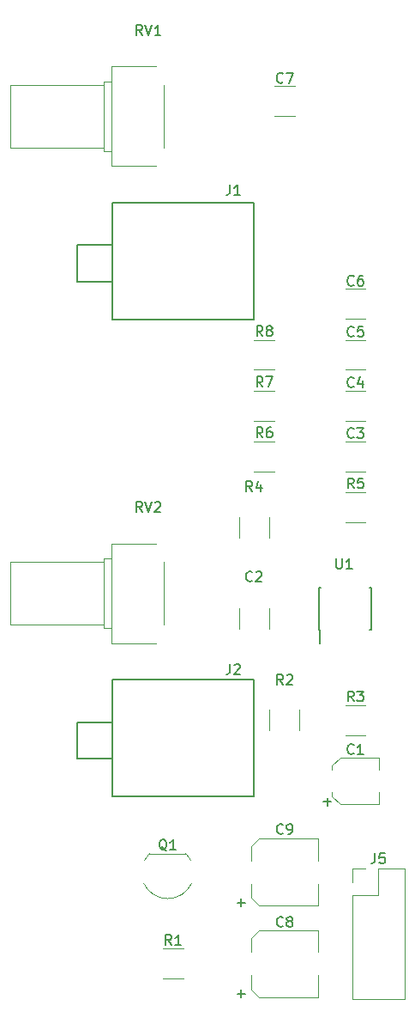
<source format=gbr>
G04 #@! TF.GenerationSoftware,KiCad,Pcbnew,(5.1.5)-3*
G04 #@! TF.CreationDate,2020-08-14T09:08:36-07:00*
G04 #@! TF.ProjectId,Noise_Gen,4e6f6973-655f-4476-956e-2e6b69636164,rev?*
G04 #@! TF.SameCoordinates,Original*
G04 #@! TF.FileFunction,Legend,Top*
G04 #@! TF.FilePolarity,Positive*
%FSLAX46Y46*%
G04 Gerber Fmt 4.6, Leading zero omitted, Abs format (unit mm)*
G04 Created by KiCad (PCBNEW (5.1.5)-3) date 2020-08-14 09:08:36*
%MOMM*%
%LPD*%
G04 APERTURE LIST*
%ADD10C,0.150000*%
%ADD11C,0.120000*%
G04 APERTURE END LIST*
D10*
X0Y-27800000D02*
X-3500000Y-27800000D01*
X-3500000Y-24200000D02*
X-3500000Y-27800000D01*
X0Y-24200000D02*
X-3500000Y-24200000D01*
X0Y-31500000D02*
X0Y-20000000D01*
X14000000Y-31500000D02*
X0Y-31500000D01*
X14000000Y-20000000D02*
X14000000Y-31500000D01*
X0Y-20000000D02*
X14000000Y-20000000D01*
X0Y-67000000D02*
X14000000Y-67000000D01*
X14000000Y-67000000D02*
X14000000Y-78500000D01*
X14000000Y-78500000D02*
X0Y-78500000D01*
X0Y-78500000D02*
X0Y-67000000D01*
X0Y-71200000D02*
X-3500000Y-71200000D01*
X-3500000Y-71200000D02*
X-3500000Y-74800000D01*
X0Y-74800000D02*
X-3500000Y-74800000D01*
D11*
X4305000Y-16410000D02*
X-60000Y-16410000D01*
X4305000Y-6590000D02*
X-60000Y-6590000D01*
X5060000Y-14625000D02*
X5060000Y-8375000D01*
X-60000Y-16410000D02*
X-60000Y-6590000D01*
X-60000Y-14960000D02*
X-860000Y-14960000D01*
X-60000Y-8040000D02*
X-860000Y-8040000D01*
X-60000Y-14960000D02*
X-60000Y-8040000D01*
X-860000Y-14960000D02*
X-860000Y-8040000D01*
X-860000Y-14560000D02*
X-10060000Y-14560000D01*
X-860000Y-8440000D02*
X-10060000Y-8440000D01*
X-860000Y-14560000D02*
X-860000Y-8440000D01*
X-10060000Y-14560000D02*
X-10060000Y-8440000D01*
X-10060000Y-61560000D02*
X-10060000Y-55440000D01*
X-860000Y-61560000D02*
X-860000Y-55440000D01*
X-860000Y-55440000D02*
X-10060000Y-55440000D01*
X-860000Y-61560000D02*
X-10060000Y-61560000D01*
X-860000Y-61960000D02*
X-860000Y-55040000D01*
X-60000Y-61960000D02*
X-60000Y-55040000D01*
X-60000Y-55040000D02*
X-860000Y-55040000D01*
X-60000Y-61960000D02*
X-860000Y-61960000D01*
X-60000Y-63410000D02*
X-60000Y-53590000D01*
X5060000Y-61625000D02*
X5060000Y-55375000D01*
X4305000Y-53590000D02*
X-60000Y-53590000D01*
X4305000Y-63410000D02*
X-60000Y-63410000D01*
X23670000Y-85670000D02*
X25000000Y-85670000D01*
X23670000Y-87000000D02*
X23670000Y-85670000D01*
X26270000Y-85670000D02*
X28870000Y-85670000D01*
X26270000Y-88270000D02*
X26270000Y-85670000D01*
X23670000Y-88270000D02*
X26270000Y-88270000D01*
X28870000Y-85670000D02*
X28870000Y-98490000D01*
X23670000Y-88270000D02*
X23670000Y-98490000D01*
X23670000Y-98490000D02*
X28870000Y-98490000D01*
X22480000Y-79270000D02*
X21710000Y-78510000D01*
X22480000Y-79270000D02*
X26290000Y-79270000D01*
X22480000Y-74700000D02*
X21710000Y-75460000D01*
X22480000Y-74700000D02*
X26290000Y-74700000D01*
X21710000Y-75460000D02*
X21710000Y-75870000D01*
X21710000Y-78510000D02*
X21710000Y-78100000D01*
X26290000Y-79270000D02*
X26290000Y-78100000D01*
X26290000Y-74700000D02*
X26290000Y-75870000D01*
X15480000Y-62000000D02*
X15480000Y-60000000D01*
X12520000Y-60000000D02*
X12520000Y-62000000D01*
X23000000Y-46480000D02*
X25000000Y-46480000D01*
X25000000Y-43520000D02*
X23000000Y-43520000D01*
X25000000Y-38520000D02*
X23000000Y-38520000D01*
X23000000Y-41480000D02*
X25000000Y-41480000D01*
X23000000Y-36480000D02*
X25000000Y-36480000D01*
X25000000Y-33520000D02*
X23000000Y-33520000D01*
X25000000Y-28520000D02*
X23000000Y-28520000D01*
X23000000Y-31480000D02*
X25000000Y-31480000D01*
X16000000Y-11480000D02*
X18000000Y-11480000D01*
X18000000Y-8520000D02*
X16000000Y-8520000D01*
X14460000Y-91700000D02*
X20300000Y-91700000D01*
X13700000Y-92460000D02*
X14460000Y-91700000D01*
X14460000Y-98300000D02*
X13700000Y-97540000D01*
X20300000Y-98300000D02*
X14460000Y-98300000D01*
X13700000Y-92460000D02*
X13700000Y-93880000D01*
X20300000Y-91700000D02*
X20300000Y-93880000D01*
X20300000Y-98300000D02*
X20300000Y-96120000D01*
X13700000Y-97540000D02*
X13700000Y-96120000D01*
X13700000Y-88540000D02*
X13700000Y-87120000D01*
X20300000Y-89300000D02*
X20300000Y-87120000D01*
X20300000Y-82700000D02*
X20300000Y-84880000D01*
X13700000Y-83460000D02*
X13700000Y-84880000D01*
X20300000Y-89300000D02*
X14460000Y-89300000D01*
X14460000Y-89300000D02*
X13700000Y-88540000D01*
X13700000Y-83460000D02*
X14460000Y-82700000D01*
X14460000Y-82700000D02*
X20300000Y-82700000D01*
X3135816Y-84877205D02*
G75*
G02X3660000Y-84150000I2324184J-1122795D01*
G01*
X3103600Y-87098807D02*
G75*
G03X5460000Y-88600000I2356400J1098807D01*
G01*
X7816400Y-87098807D02*
G75*
G02X5460000Y-88600000I-2356400J1098807D01*
G01*
X7784184Y-84877205D02*
G75*
G03X7260000Y-84150000I-2324184J-1122795D01*
G01*
X7260000Y-84150000D02*
X3660000Y-84150000D01*
X7000000Y-96480000D02*
X5000000Y-96480000D01*
X5000000Y-93520000D02*
X7000000Y-93520000D01*
X15520000Y-72000000D02*
X15520000Y-70000000D01*
X18480000Y-70000000D02*
X18480000Y-72000000D01*
X23000000Y-69520000D02*
X25000000Y-69520000D01*
X25000000Y-72480000D02*
X23000000Y-72480000D01*
X12520000Y-53000000D02*
X12520000Y-51000000D01*
X15480000Y-51000000D02*
X15480000Y-53000000D01*
X25000000Y-51480000D02*
X23000000Y-51480000D01*
X23000000Y-48520000D02*
X25000000Y-48520000D01*
X14000000Y-43520000D02*
X16000000Y-43520000D01*
X16000000Y-46480000D02*
X14000000Y-46480000D01*
X14000000Y-38520000D02*
X16000000Y-38520000D01*
X16000000Y-41480000D02*
X14000000Y-41480000D01*
X16000000Y-36480000D02*
X14000000Y-36480000D01*
X14000000Y-33520000D02*
X16000000Y-33520000D01*
D10*
X20475000Y-62075000D02*
X20475000Y-63475000D01*
X25575000Y-62075000D02*
X25575000Y-57925000D01*
X20425000Y-62075000D02*
X20425000Y-57925000D01*
X25575000Y-62075000D02*
X25430000Y-62075000D01*
X25575000Y-57925000D02*
X25430000Y-57925000D01*
X20425000Y-57925000D02*
X20570000Y-57925000D01*
X20425000Y-62075000D02*
X20475000Y-62075000D01*
X11604666Y-18248380D02*
X11604666Y-18962666D01*
X11557047Y-19105523D01*
X11461809Y-19200761D01*
X11318952Y-19248380D01*
X11223714Y-19248380D01*
X12604666Y-19248380D02*
X12033238Y-19248380D01*
X12318952Y-19248380D02*
X12318952Y-18248380D01*
X12223714Y-18391238D01*
X12128476Y-18486476D01*
X12033238Y-18534095D01*
X11604666Y-65492380D02*
X11604666Y-66206666D01*
X11557047Y-66349523D01*
X11461809Y-66444761D01*
X11318952Y-66492380D01*
X11223714Y-66492380D01*
X12033238Y-65587619D02*
X12080857Y-65540000D01*
X12176095Y-65492380D01*
X12414190Y-65492380D01*
X12509428Y-65540000D01*
X12557047Y-65587619D01*
X12604666Y-65682857D01*
X12604666Y-65778095D01*
X12557047Y-65920952D01*
X11985619Y-66492380D01*
X12604666Y-66492380D01*
X2960761Y-3500380D02*
X2627428Y-3024190D01*
X2389333Y-3500380D02*
X2389333Y-2500380D01*
X2770285Y-2500380D01*
X2865523Y-2548000D01*
X2913142Y-2595619D01*
X2960761Y-2690857D01*
X2960761Y-2833714D01*
X2913142Y-2928952D01*
X2865523Y-2976571D01*
X2770285Y-3024190D01*
X2389333Y-3024190D01*
X3246476Y-2500380D02*
X3579809Y-3500380D01*
X3913142Y-2500380D01*
X4770285Y-3500380D02*
X4198857Y-3500380D01*
X4484571Y-3500380D02*
X4484571Y-2500380D01*
X4389333Y-2643238D01*
X4294095Y-2738476D01*
X4198857Y-2786095D01*
X2960761Y-50490380D02*
X2627428Y-50014190D01*
X2389333Y-50490380D02*
X2389333Y-49490380D01*
X2770285Y-49490380D01*
X2865523Y-49538000D01*
X2913142Y-49585619D01*
X2960761Y-49680857D01*
X2960761Y-49823714D01*
X2913142Y-49918952D01*
X2865523Y-49966571D01*
X2770285Y-50014190D01*
X2389333Y-50014190D01*
X3246476Y-49490380D02*
X3579809Y-50490380D01*
X3913142Y-49490380D01*
X4198857Y-49585619D02*
X4246476Y-49538000D01*
X4341714Y-49490380D01*
X4579809Y-49490380D01*
X4675047Y-49538000D01*
X4722666Y-49585619D01*
X4770285Y-49680857D01*
X4770285Y-49776095D01*
X4722666Y-49918952D01*
X4151238Y-50490380D01*
X4770285Y-50490380D01*
X25936666Y-84122380D02*
X25936666Y-84836666D01*
X25889047Y-84979523D01*
X25793809Y-85074761D01*
X25650952Y-85122380D01*
X25555714Y-85122380D01*
X26889047Y-84122380D02*
X26412857Y-84122380D01*
X26365238Y-84598571D01*
X26412857Y-84550952D01*
X26508095Y-84503333D01*
X26746190Y-84503333D01*
X26841428Y-84550952D01*
X26889047Y-84598571D01*
X26936666Y-84693809D01*
X26936666Y-84931904D01*
X26889047Y-85027142D01*
X26841428Y-85074761D01*
X26746190Y-85122380D01*
X26508095Y-85122380D01*
X26412857Y-85074761D01*
X26365238Y-85027142D01*
X23833333Y-74271142D02*
X23785714Y-74318761D01*
X23642857Y-74366380D01*
X23547619Y-74366380D01*
X23404761Y-74318761D01*
X23309523Y-74223523D01*
X23261904Y-74128285D01*
X23214285Y-73937809D01*
X23214285Y-73794952D01*
X23261904Y-73604476D01*
X23309523Y-73509238D01*
X23404761Y-73414000D01*
X23547619Y-73366380D01*
X23642857Y-73366380D01*
X23785714Y-73414000D01*
X23833333Y-73461619D01*
X24785714Y-74366380D02*
X24214285Y-74366380D01*
X24500000Y-74366380D02*
X24500000Y-73366380D01*
X24404761Y-73509238D01*
X24309523Y-73604476D01*
X24214285Y-73652095D01*
X20839047Y-79061428D02*
X21600952Y-79061428D01*
X21220000Y-79442380D02*
X21220000Y-78680476D01*
X13803333Y-57253142D02*
X13755714Y-57300761D01*
X13612857Y-57348380D01*
X13517619Y-57348380D01*
X13374761Y-57300761D01*
X13279523Y-57205523D01*
X13231904Y-57110285D01*
X13184285Y-56919809D01*
X13184285Y-56776952D01*
X13231904Y-56586476D01*
X13279523Y-56491238D01*
X13374761Y-56396000D01*
X13517619Y-56348380D01*
X13612857Y-56348380D01*
X13755714Y-56396000D01*
X13803333Y-56443619D01*
X14184285Y-56443619D02*
X14231904Y-56396000D01*
X14327142Y-56348380D01*
X14565238Y-56348380D01*
X14660476Y-56396000D01*
X14708095Y-56443619D01*
X14755714Y-56538857D01*
X14755714Y-56634095D01*
X14708095Y-56776952D01*
X14136666Y-57348380D01*
X14755714Y-57348380D01*
X23833333Y-43107142D02*
X23785714Y-43154761D01*
X23642857Y-43202380D01*
X23547619Y-43202380D01*
X23404761Y-43154761D01*
X23309523Y-43059523D01*
X23261904Y-42964285D01*
X23214285Y-42773809D01*
X23214285Y-42630952D01*
X23261904Y-42440476D01*
X23309523Y-42345238D01*
X23404761Y-42250000D01*
X23547619Y-42202380D01*
X23642857Y-42202380D01*
X23785714Y-42250000D01*
X23833333Y-42297619D01*
X24166666Y-42202380D02*
X24785714Y-42202380D01*
X24452380Y-42583333D01*
X24595238Y-42583333D01*
X24690476Y-42630952D01*
X24738095Y-42678571D01*
X24785714Y-42773809D01*
X24785714Y-43011904D01*
X24738095Y-43107142D01*
X24690476Y-43154761D01*
X24595238Y-43202380D01*
X24309523Y-43202380D01*
X24214285Y-43154761D01*
X24166666Y-43107142D01*
X23833333Y-38107142D02*
X23785714Y-38154761D01*
X23642857Y-38202380D01*
X23547619Y-38202380D01*
X23404761Y-38154761D01*
X23309523Y-38059523D01*
X23261904Y-37964285D01*
X23214285Y-37773809D01*
X23214285Y-37630952D01*
X23261904Y-37440476D01*
X23309523Y-37345238D01*
X23404761Y-37250000D01*
X23547619Y-37202380D01*
X23642857Y-37202380D01*
X23785714Y-37250000D01*
X23833333Y-37297619D01*
X24690476Y-37535714D02*
X24690476Y-38202380D01*
X24452380Y-37154761D02*
X24214285Y-37869047D01*
X24833333Y-37869047D01*
X23833333Y-33107142D02*
X23785714Y-33154761D01*
X23642857Y-33202380D01*
X23547619Y-33202380D01*
X23404761Y-33154761D01*
X23309523Y-33059523D01*
X23261904Y-32964285D01*
X23214285Y-32773809D01*
X23214285Y-32630952D01*
X23261904Y-32440476D01*
X23309523Y-32345238D01*
X23404761Y-32250000D01*
X23547619Y-32202380D01*
X23642857Y-32202380D01*
X23785714Y-32250000D01*
X23833333Y-32297619D01*
X24738095Y-32202380D02*
X24261904Y-32202380D01*
X24214285Y-32678571D01*
X24261904Y-32630952D01*
X24357142Y-32583333D01*
X24595238Y-32583333D01*
X24690476Y-32630952D01*
X24738095Y-32678571D01*
X24785714Y-32773809D01*
X24785714Y-33011904D01*
X24738095Y-33107142D01*
X24690476Y-33154761D01*
X24595238Y-33202380D01*
X24357142Y-33202380D01*
X24261904Y-33154761D01*
X24214285Y-33107142D01*
X23833333Y-28107142D02*
X23785714Y-28154761D01*
X23642857Y-28202380D01*
X23547619Y-28202380D01*
X23404761Y-28154761D01*
X23309523Y-28059523D01*
X23261904Y-27964285D01*
X23214285Y-27773809D01*
X23214285Y-27630952D01*
X23261904Y-27440476D01*
X23309523Y-27345238D01*
X23404761Y-27250000D01*
X23547619Y-27202380D01*
X23642857Y-27202380D01*
X23785714Y-27250000D01*
X23833333Y-27297619D01*
X24690476Y-27202380D02*
X24500000Y-27202380D01*
X24404761Y-27250000D01*
X24357142Y-27297619D01*
X24261904Y-27440476D01*
X24214285Y-27630952D01*
X24214285Y-28011904D01*
X24261904Y-28107142D01*
X24309523Y-28154761D01*
X24404761Y-28202380D01*
X24595238Y-28202380D01*
X24690476Y-28154761D01*
X24738095Y-28107142D01*
X24785714Y-28011904D01*
X24785714Y-27773809D01*
X24738095Y-27678571D01*
X24690476Y-27630952D01*
X24595238Y-27583333D01*
X24404761Y-27583333D01*
X24309523Y-27630952D01*
X24261904Y-27678571D01*
X24214285Y-27773809D01*
X16833333Y-8107142D02*
X16785714Y-8154761D01*
X16642857Y-8202380D01*
X16547619Y-8202380D01*
X16404761Y-8154761D01*
X16309523Y-8059523D01*
X16261904Y-7964285D01*
X16214285Y-7773809D01*
X16214285Y-7630952D01*
X16261904Y-7440476D01*
X16309523Y-7345238D01*
X16404761Y-7250000D01*
X16547619Y-7202380D01*
X16642857Y-7202380D01*
X16785714Y-7250000D01*
X16833333Y-7297619D01*
X17166666Y-7202380D02*
X17833333Y-7202380D01*
X17404761Y-8202380D01*
X16833333Y-91289142D02*
X16785714Y-91336761D01*
X16642857Y-91384380D01*
X16547619Y-91384380D01*
X16404761Y-91336761D01*
X16309523Y-91241523D01*
X16261904Y-91146285D01*
X16214285Y-90955809D01*
X16214285Y-90812952D01*
X16261904Y-90622476D01*
X16309523Y-90527238D01*
X16404761Y-90432000D01*
X16547619Y-90384380D01*
X16642857Y-90384380D01*
X16785714Y-90432000D01*
X16833333Y-90479619D01*
X17404761Y-90812952D02*
X17309523Y-90765333D01*
X17261904Y-90717714D01*
X17214285Y-90622476D01*
X17214285Y-90574857D01*
X17261904Y-90479619D01*
X17309523Y-90432000D01*
X17404761Y-90384380D01*
X17595238Y-90384380D01*
X17690476Y-90432000D01*
X17738095Y-90479619D01*
X17785714Y-90574857D01*
X17785714Y-90622476D01*
X17738095Y-90717714D01*
X17690476Y-90765333D01*
X17595238Y-90812952D01*
X17404761Y-90812952D01*
X17309523Y-90860571D01*
X17261904Y-90908190D01*
X17214285Y-91003428D01*
X17214285Y-91193904D01*
X17261904Y-91289142D01*
X17309523Y-91336761D01*
X17404761Y-91384380D01*
X17595238Y-91384380D01*
X17690476Y-91336761D01*
X17738095Y-91289142D01*
X17785714Y-91193904D01*
X17785714Y-91003428D01*
X17738095Y-90908190D01*
X17690476Y-90860571D01*
X17595238Y-90812952D01*
X12339047Y-97981428D02*
X13100952Y-97981428D01*
X12720000Y-98362380D02*
X12720000Y-97600476D01*
X16833333Y-82145142D02*
X16785714Y-82192761D01*
X16642857Y-82240380D01*
X16547619Y-82240380D01*
X16404761Y-82192761D01*
X16309523Y-82097523D01*
X16261904Y-82002285D01*
X16214285Y-81811809D01*
X16214285Y-81668952D01*
X16261904Y-81478476D01*
X16309523Y-81383238D01*
X16404761Y-81288000D01*
X16547619Y-81240380D01*
X16642857Y-81240380D01*
X16785714Y-81288000D01*
X16833333Y-81335619D01*
X17309523Y-82240380D02*
X17500000Y-82240380D01*
X17595238Y-82192761D01*
X17642857Y-82145142D01*
X17738095Y-82002285D01*
X17785714Y-81811809D01*
X17785714Y-81430857D01*
X17738095Y-81335619D01*
X17690476Y-81288000D01*
X17595238Y-81240380D01*
X17404761Y-81240380D01*
X17309523Y-81288000D01*
X17261904Y-81335619D01*
X17214285Y-81430857D01*
X17214285Y-81668952D01*
X17261904Y-81764190D01*
X17309523Y-81811809D01*
X17404761Y-81859428D01*
X17595238Y-81859428D01*
X17690476Y-81811809D01*
X17738095Y-81764190D01*
X17785714Y-81668952D01*
X12339047Y-88981428D02*
X13100952Y-88981428D01*
X12720000Y-89362380D02*
X12720000Y-88600476D01*
X5364761Y-83859619D02*
X5269523Y-83812000D01*
X5174285Y-83716761D01*
X5031428Y-83573904D01*
X4936190Y-83526285D01*
X4840952Y-83526285D01*
X4888571Y-83764380D02*
X4793333Y-83716761D01*
X4698095Y-83621523D01*
X4650476Y-83431047D01*
X4650476Y-83097714D01*
X4698095Y-82907238D01*
X4793333Y-82812000D01*
X4888571Y-82764380D01*
X5079047Y-82764380D01*
X5174285Y-82812000D01*
X5269523Y-82907238D01*
X5317142Y-83097714D01*
X5317142Y-83431047D01*
X5269523Y-83621523D01*
X5174285Y-83716761D01*
X5079047Y-83764380D01*
X4888571Y-83764380D01*
X6269523Y-83764380D02*
X5698095Y-83764380D01*
X5983809Y-83764380D02*
X5983809Y-82764380D01*
X5888571Y-82907238D01*
X5793333Y-83002476D01*
X5698095Y-83050095D01*
X5833333Y-93162380D02*
X5500000Y-92686190D01*
X5261904Y-93162380D02*
X5261904Y-92162380D01*
X5642857Y-92162380D01*
X5738095Y-92210000D01*
X5785714Y-92257619D01*
X5833333Y-92352857D01*
X5833333Y-92495714D01*
X5785714Y-92590952D01*
X5738095Y-92638571D01*
X5642857Y-92686190D01*
X5261904Y-92686190D01*
X6785714Y-93162380D02*
X6214285Y-93162380D01*
X6500000Y-93162380D02*
X6500000Y-92162380D01*
X6404761Y-92305238D01*
X6309523Y-92400476D01*
X6214285Y-92448095D01*
X16851333Y-67508380D02*
X16518000Y-67032190D01*
X16279904Y-67508380D02*
X16279904Y-66508380D01*
X16660857Y-66508380D01*
X16756095Y-66556000D01*
X16803714Y-66603619D01*
X16851333Y-66698857D01*
X16851333Y-66841714D01*
X16803714Y-66936952D01*
X16756095Y-66984571D01*
X16660857Y-67032190D01*
X16279904Y-67032190D01*
X17232285Y-66603619D02*
X17279904Y-66556000D01*
X17375142Y-66508380D01*
X17613238Y-66508380D01*
X17708476Y-66556000D01*
X17756095Y-66603619D01*
X17803714Y-66698857D01*
X17803714Y-66794095D01*
X17756095Y-66936952D01*
X17184666Y-67508380D01*
X17803714Y-67508380D01*
X23833333Y-69152380D02*
X23500000Y-68676190D01*
X23261904Y-69152380D02*
X23261904Y-68152380D01*
X23642857Y-68152380D01*
X23738095Y-68200000D01*
X23785714Y-68247619D01*
X23833333Y-68342857D01*
X23833333Y-68485714D01*
X23785714Y-68580952D01*
X23738095Y-68628571D01*
X23642857Y-68676190D01*
X23261904Y-68676190D01*
X24166666Y-68152380D02*
X24785714Y-68152380D01*
X24452380Y-68533333D01*
X24595238Y-68533333D01*
X24690476Y-68580952D01*
X24738095Y-68628571D01*
X24785714Y-68723809D01*
X24785714Y-68961904D01*
X24738095Y-69057142D01*
X24690476Y-69104761D01*
X24595238Y-69152380D01*
X24309523Y-69152380D01*
X24214285Y-69104761D01*
X24166666Y-69057142D01*
X13803333Y-48458380D02*
X13470000Y-47982190D01*
X13231904Y-48458380D02*
X13231904Y-47458380D01*
X13612857Y-47458380D01*
X13708095Y-47506000D01*
X13755714Y-47553619D01*
X13803333Y-47648857D01*
X13803333Y-47791714D01*
X13755714Y-47886952D01*
X13708095Y-47934571D01*
X13612857Y-47982190D01*
X13231904Y-47982190D01*
X14660476Y-47791714D02*
X14660476Y-48458380D01*
X14422380Y-47410761D02*
X14184285Y-48125047D01*
X14803333Y-48125047D01*
X23833333Y-48152380D02*
X23500000Y-47676190D01*
X23261904Y-48152380D02*
X23261904Y-47152380D01*
X23642857Y-47152380D01*
X23738095Y-47200000D01*
X23785714Y-47247619D01*
X23833333Y-47342857D01*
X23833333Y-47485714D01*
X23785714Y-47580952D01*
X23738095Y-47628571D01*
X23642857Y-47676190D01*
X23261904Y-47676190D01*
X24738095Y-47152380D02*
X24261904Y-47152380D01*
X24214285Y-47628571D01*
X24261904Y-47580952D01*
X24357142Y-47533333D01*
X24595238Y-47533333D01*
X24690476Y-47580952D01*
X24738095Y-47628571D01*
X24785714Y-47723809D01*
X24785714Y-47961904D01*
X24738095Y-48057142D01*
X24690476Y-48104761D01*
X24595238Y-48152380D01*
X24357142Y-48152380D01*
X24261904Y-48104761D01*
X24214285Y-48057142D01*
X14833333Y-43152380D02*
X14500000Y-42676190D01*
X14261904Y-43152380D02*
X14261904Y-42152380D01*
X14642857Y-42152380D01*
X14738095Y-42200000D01*
X14785714Y-42247619D01*
X14833333Y-42342857D01*
X14833333Y-42485714D01*
X14785714Y-42580952D01*
X14738095Y-42628571D01*
X14642857Y-42676190D01*
X14261904Y-42676190D01*
X15690476Y-42152380D02*
X15500000Y-42152380D01*
X15404761Y-42200000D01*
X15357142Y-42247619D01*
X15261904Y-42390476D01*
X15214285Y-42580952D01*
X15214285Y-42961904D01*
X15261904Y-43057142D01*
X15309523Y-43104761D01*
X15404761Y-43152380D01*
X15595238Y-43152380D01*
X15690476Y-43104761D01*
X15738095Y-43057142D01*
X15785714Y-42961904D01*
X15785714Y-42723809D01*
X15738095Y-42628571D01*
X15690476Y-42580952D01*
X15595238Y-42533333D01*
X15404761Y-42533333D01*
X15309523Y-42580952D01*
X15261904Y-42628571D01*
X15214285Y-42723809D01*
X14833333Y-38152380D02*
X14500000Y-37676190D01*
X14261904Y-38152380D02*
X14261904Y-37152380D01*
X14642857Y-37152380D01*
X14738095Y-37200000D01*
X14785714Y-37247619D01*
X14833333Y-37342857D01*
X14833333Y-37485714D01*
X14785714Y-37580952D01*
X14738095Y-37628571D01*
X14642857Y-37676190D01*
X14261904Y-37676190D01*
X15166666Y-37152380D02*
X15833333Y-37152380D01*
X15404761Y-38152380D01*
X14833333Y-33152380D02*
X14500000Y-32676190D01*
X14261904Y-33152380D02*
X14261904Y-32152380D01*
X14642857Y-32152380D01*
X14738095Y-32200000D01*
X14785714Y-32247619D01*
X14833333Y-32342857D01*
X14833333Y-32485714D01*
X14785714Y-32580952D01*
X14738095Y-32628571D01*
X14642857Y-32676190D01*
X14261904Y-32676190D01*
X15404761Y-32580952D02*
X15309523Y-32533333D01*
X15261904Y-32485714D01*
X15214285Y-32390476D01*
X15214285Y-32342857D01*
X15261904Y-32247619D01*
X15309523Y-32200000D01*
X15404761Y-32152380D01*
X15595238Y-32152380D01*
X15690476Y-32200000D01*
X15738095Y-32247619D01*
X15785714Y-32342857D01*
X15785714Y-32390476D01*
X15738095Y-32485714D01*
X15690476Y-32533333D01*
X15595238Y-32580952D01*
X15404761Y-32580952D01*
X15309523Y-32628571D01*
X15261904Y-32676190D01*
X15214285Y-32771428D01*
X15214285Y-32961904D01*
X15261904Y-33057142D01*
X15309523Y-33104761D01*
X15404761Y-33152380D01*
X15595238Y-33152380D01*
X15690476Y-33104761D01*
X15738095Y-33057142D01*
X15785714Y-32961904D01*
X15785714Y-32771428D01*
X15738095Y-32676190D01*
X15690476Y-32628571D01*
X15595238Y-32580952D01*
X22098095Y-55078380D02*
X22098095Y-55887904D01*
X22145714Y-55983142D01*
X22193333Y-56030761D01*
X22288571Y-56078380D01*
X22479047Y-56078380D01*
X22574285Y-56030761D01*
X22621904Y-55983142D01*
X22669523Y-55887904D01*
X22669523Y-55078380D01*
X23669523Y-56078380D02*
X23098095Y-56078380D01*
X23383809Y-56078380D02*
X23383809Y-55078380D01*
X23288571Y-55221238D01*
X23193333Y-55316476D01*
X23098095Y-55364095D01*
M02*

</source>
